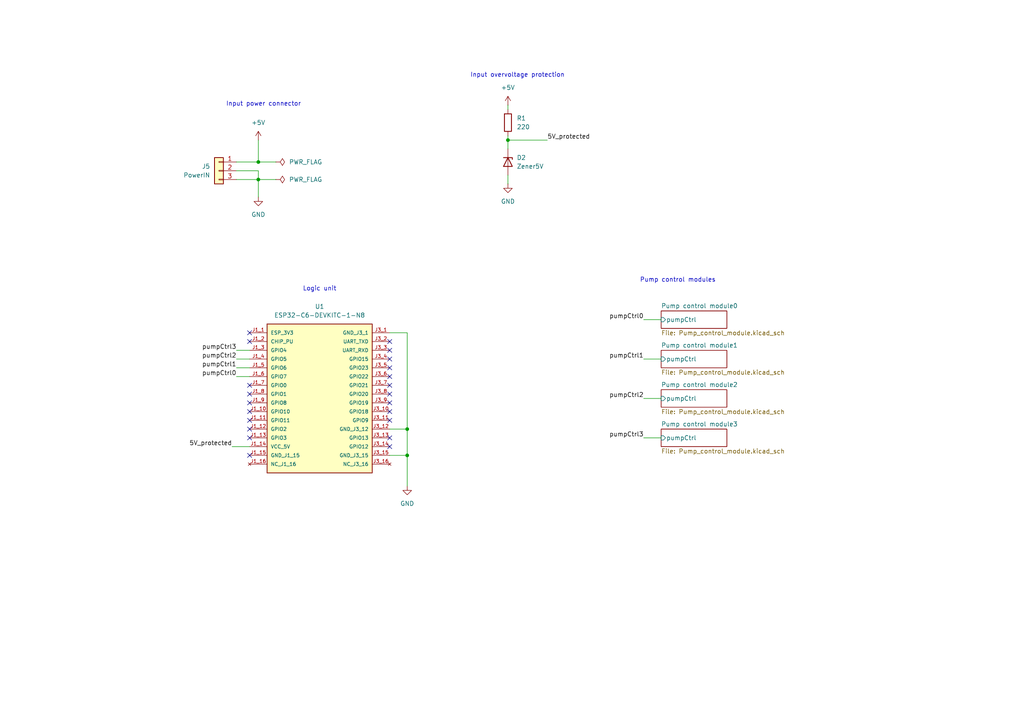
<source format=kicad_sch>
(kicad_sch (version 20231120) (generator "eeschema") (generator_version "8.0")
  (paper "A4")
  (lib_symbols
    (symbol "Connector_Generic:Conn_01x03" (pin_names (offset 1.016) hide)
      (property "Reference" "J" (at 0 5.08 0))
      (property "Value" "Conn_01x03" (at 0 -5.08 0))
      (symbol "Conn_01x03_1_1"
        (rectangle (start -1.27 -2.413) (end 0 -2.667) (stroke (width 0.1524)))
        (rectangle (start -1.27 0.127) (end 0 -0.127) (stroke (width 0.1524)))
        (rectangle (start -1.27 2.667) (end 0 2.413) (stroke (width 0.1524)))
        (rectangle (start -1.27 3.81) (end 1.27 -3.81) (stroke (width 0.254)) (fill (type background)))
        (pin passive line (at -5.08 2.54 0) (length 3.81) (name "Pin_1") (number "1"))
        (pin passive line (at -5.08 0 0) (length 3.81) (name "Pin_2") (number "2"))
        (pin passive line (at -5.08 -2.54 0) (length 3.81) (name "Pin_3") (number "3"))
      )
    )
    (symbol "Device:D_Zener" (pin_numbers hide) (pin_names (offset 1.016) hide)
      (property "Reference" "D" (at 0 2.54 0))
      (property "Value" "D_Zener" (at 0 -2.54 0))
      (symbol "D_Zener_0_1"
        (polyline (pts (xy 1.27 0) (xy -1.27 0)))
        (polyline (pts (xy -1.27 -1.27) (xy -1.27 1.27) (xy -0.762 1.27)) (stroke (width 0.254)))
        (polyline (pts (xy 1.27 -1.27) (xy 1.27 1.27) (xy -1.27 0) (xy 1.27 -1.27)) (stroke (width 0.254)))
      )
      (symbol "D_Zener_1_1"
        (pin passive line (at -3.81 0 0) (length 2.54) (name "K") (number "1"))
        (pin passive line (at 3.81 0 180) (length 2.54) (name "A") (number "2"))
      )
    )
    (symbol "Device:R" (pin_numbers hide) (pin_names (offset 0))
      (property "Reference" "R" (at 2.032 0 90))
      (property "Value" "R" (at 0 0 90))
      (symbol "R_0_1"
        (rectangle (start -1.016 -2.54) (end 1.016 2.54) (stroke (width 0.254)))
      )
      (symbol "R_1_1"
        (pin passive line (at 0 3.81 270) (length 1.27) (name "~") (number "1"))
        (pin passive line (at 0 -3.81 90) (length 1.27) (name "~") (number "2"))
      )
    )
    (symbol "ESP32-C6-DEVKITC-1-N8:ESP32-C6-DEVKITC-1-N8" (pin_names (offset 1.016))
      (property "Reference" "U" (at -15.24 23.622 0))
      (property "Value" "ESP32-C6-DEVKITC-1-N8" (at -15.24 -22.86 0))
      (symbol "ESP32-C6-DEVKITC-1-N8_0_0"
        (rectangle (start -15.24 -20.32) (end 15.24 22.86) (stroke (width 0.254)) (fill (type background)))
        (pin power_in line (at -20.32 20.32 0) (length 5.08) (name "ESP_3V3") (number "J1_1"))
        (pin bidirectional line (at -20.32 -2.54 0) (length 5.08) (name "GPIO10") (number "J1_10"))
        (pin bidirectional line (at -20.32 -5.08 0) (length 5.08) (name "GPIO11") (number "J1_11"))
        (pin bidirectional line (at -20.32 -7.62 0) (length 5.08) (name "GPIO2") (number "J1_12"))
        (pin bidirectional line (at -20.32 -10.16 0) (length 5.08) (name "GPIO3") (number "J1_13"))
        (pin power_in line (at -20.32 -12.7 0) (length 5.08) (name "VCC_5V") (number "J1_14"))
        (pin power_in line (at -20.32 -15.24 0) (length 5.08) (name "GND_J1_15") (number "J1_15"))
        (pin no_connect line (at -20.32 -17.78 0) (length 5.08) (name "NC_J1_16") (number "J1_16"))
        (pin input line (at -20.32 17.78 0) (length 5.08) (name "CHIP_PU") (number "J1_2"))
        (pin bidirectional line (at -20.32 15.24 0) (length 5.08) (name "GPIO4") (number "J1_3"))
        (pin bidirectional line (at -20.32 12.7 0) (length 5.08) (name "GPIO5") (number "J1_4"))
        (pin bidirectional line (at -20.32 10.16 0) (length 5.08) (name "GPIO6") (number "J1_5"))
        (pin bidirectional line (at -20.32 7.62 0) (length 5.08) (name "GPIO7") (number "J1_6"))
        (pin bidirectional line (at -20.32 5.08 0) (length 5.08) (name "GPIO0") (number "J1_7"))
        (pin bidirectional line (at -20.32 2.54 0) (length 5.08) (name "GPIO1") (number "J1_8"))
        (pin bidirectional line (at -20.32 0 0) (length 5.08) (name "GPIO8") (number "J1_9"))
        (pin power_in line (at 20.32 20.32 180) (length 5.08) (name "GND_J3_1") (number "J3_1"))
        (pin bidirectional line (at 20.32 -2.54 180) (length 5.08) (name "GPIO18") (number "J3_10"))
        (pin bidirectional line (at 20.32 -5.08 180) (length 5.08) (name "GPIO9") (number "J3_11"))
        (pin power_in line (at 20.32 -7.62 180) (length 5.08) (name "GND_J3_12") (number "J3_12"))
        (pin bidirectional line (at 20.32 -10.16 180) (length 5.08) (name "GPIO13") (number "J3_13"))
        (pin bidirectional line (at 20.32 -12.7 180) (length 5.08) (name "GPIO12") (number "J3_14"))
        (pin power_in line (at 20.32 -15.24 180) (length 5.08) (name "GND_J3_15") (number "J3_15"))
        (pin no_connect line (at 20.32 -17.78 180) (length 5.08) (name "NC_J3_16") (number "J3_16"))
        (pin bidirectional line (at 20.32 17.78 180) (length 5.08) (name "UART_TXD") (number "J3_2"))
        (pin bidirectional line (at 20.32 15.24 180) (length 5.08) (name "UART_RXD") (number "J3_3"))
        (pin bidirectional line (at 20.32 12.7 180) (length 5.08) (name "GPIO15") (number "J3_4"))
        (pin bidirectional line (at 20.32 10.16 180) (length 5.08) (name "GPIO23") (number "J3_5"))
        (pin bidirectional line (at 20.32 7.62 180) (length 5.08) (name "GPIO22") (number "J3_6"))
        (pin bidirectional line (at 20.32 5.08 180) (length 5.08) (name "GPIO21") (number "J3_7"))
        (pin bidirectional line (at 20.32 2.54 180) (length 5.08) (name "GPIO20") (number "J3_8"))
        (pin bidirectional line (at 20.32 0 180) (length 5.08) (name "GPIO19") (number "J3_9"))
      )
    )
    (symbol "power:+5V" (power) (pin_numbers hide) (pin_names (offset 0) hide)
      (property "Value" "+5V" (at 0 3.556 0))
      (symbol "+5V_0_1"
        (polyline (pts (xy -0.762 1.27) (xy 0 2.54)))
        (polyline (pts (xy 0 0) (xy 0 2.54)))
        (polyline (pts (xy 0 2.54) (xy 0.762 1.27)))
      )
      (symbol "+5V_1_1"
        (pin power_in line (at 0 0 90) (length 0) (name "~") (number "1"))
      )
    )
    (symbol "power:GND" (power) (pin_numbers hide) (pin_names (offset 0) hide)
      (property "Value" "GND" (at 0 -3.81 0))
      (symbol "GND_0_1"
        (polyline (pts (xy 0 0) (xy 0 -1.27) (xy 1.27 -1.27) (xy 0 -2.54) (xy -1.27 -1.27) (xy 0 -1.27)))
      )
      (symbol "GND_1_1"
        (pin power_in line (at 0 0 270) (length 0) (name "~") (number "1"))
      )
    )
    (symbol "power:PWR_FLAG" (power) (pin_numbers hide) (pin_names (offset 0) hide)
      (property "Value" "PWR_FLAG" (at 0 3.81 0))
      (symbol "PWR_FLAG_0_0"
        (pin power_out line (at 0 0 90) (length 0) (name "~") (number "1"))
      )
      (symbol "PWR_FLAG_0_1"
        (polyline (pts (xy 0 0) (xy 0 1.27) (xy -1.016 1.905) (xy 0 2.54) (xy 1.016 1.905) (xy 0 1.27)))
      )
    )
  )
  (junction (at 118.11 124.46))
  (junction (at 147.32 40.64))
  (junction (at 74.93 52.07))
  (junction (at 118.11 132.08))
  (junction (at 74.93 46.99))
  (no_connect (at 113.03 116.84))
  (no_connect (at 72.39 116.84))
  (no_connect (at 113.03 104.14))
  (no_connect (at 113.03 111.76))
  (no_connect (at 113.03 106.68))
  (no_connect (at 72.39 99.06))
  (no_connect (at 113.03 114.3))
  (no_connect (at 72.39 119.38))
  (no_connect (at 72.39 114.3))
  (no_connect (at 113.03 119.38))
  (no_connect (at 113.03 109.22))
  (no_connect (at 72.39 132.08))
  (no_connect (at 72.39 124.46))
  (no_connect (at 113.03 129.54))
  (no_connect (at 113.03 121.92))
  (no_connect (at 113.03 99.06))
  (no_connect (at 72.39 127))
  (no_connect (at 72.39 96.52))
  (no_connect (at 113.03 127))
  (no_connect (at 113.03 101.6))
  (no_connect (at 72.39 111.76))
  (no_connect (at 72.39 121.92))
  (wire (pts (xy 118.11 132.08) (xy 118.11 140.97)))
  (wire (pts (xy 74.93 46.99) (xy 74.93 40.64)))
  (wire (pts (xy 68.58 101.6) (xy 72.39 101.6)))
  (wire (pts (xy 68.58 49.53) (xy 74.93 49.53)))
  (wire (pts (xy 68.58 109.22) (xy 72.39 109.22)))
  (wire (pts (xy 113.03 124.46) (xy 118.11 124.46)))
  (wire (pts (xy 80.01 46.99) (xy 74.93 46.99)))
  (wire (pts (xy 186.69 92.71) (xy 191.77 92.71)))
  (wire (pts (xy 147.32 50.8) (xy 147.32 53.34)))
  (wire (pts (xy 113.03 132.08) (xy 118.11 132.08)))
  (wire (pts (xy 118.11 96.52) (xy 118.11 124.46)))
  (wire (pts (xy 147.32 40.64) (xy 158.75 40.64)))
  (wire (pts (xy 74.93 49.53) (xy 74.93 52.07)))
  (wire (pts (xy 118.11 124.46) (xy 118.11 132.08)))
  (wire (pts (xy 68.58 46.99) (xy 74.93 46.99)))
  (wire (pts (xy 68.58 106.68) (xy 72.39 106.68)))
  (wire (pts (xy 68.58 104.14) (xy 72.39 104.14)))
  (wire (pts (xy 186.69 115.57) (xy 191.77 115.57)))
  (wire (pts (xy 186.69 104.14) (xy 191.77 104.14)))
  (wire (pts (xy 68.58 52.07) (xy 74.93 52.07)))
  (wire (pts (xy 147.32 40.64) (xy 147.32 43.18)))
  (wire (pts (xy 74.93 52.07) (xy 80.01 52.07)))
  (wire (pts (xy 67.31 129.54) (xy 72.39 129.54)))
  (wire (pts (xy 113.03 96.52) (xy 118.11 96.52)))
  (wire (pts (xy 147.32 30.48) (xy 147.32 31.75)))
  (wire (pts (xy 74.93 52.07) (xy 74.93 57.15)))
  (wire (pts (xy 147.32 39.37) (xy 147.32 40.64)))
  (wire (pts (xy 186.69 127) (xy 191.77 127)))
  (text "Logic unit" (at 92.71 83.82 0) (effects (font (size 1.27 1.27))))
  (text "Input power connector" (at 76.454 30.226 0) (effects (font (size 1.27 1.27))))
  (text "Input overvoltage protection" (at 150.114 21.844 0) (effects (font (size 1.27 1.27))))
  (text "Pump control modules" (at 196.596 81.28 0) (effects (font (size 1.27 1.27))))
  (label "pumpCtrl0" (at 186.69 92.71 180))
  (label "pumpCtrl3" (at 186.69 127 180))
  (label "5V_protected" (at 158.75 40.64 0))
  (label "pumpCtrl2" (at 68.58 104.14 180))
  (label "pumpCtrl0" (at 68.58 109.22 180))
  (label "pumpCtrl3" (at 68.58 101.6 180))
  (label "pumpCtrl2" (at 186.69 115.57 180))
  (label "pumpCtrl1" (at 186.69 104.14 180))
  (label "pumpCtrl1" (at 68.58 106.68 180))
  (label "5V_protected" (at 67.31 129.54 180))
  (symbol (lib_id "power:GND") (at 118.11 140.97 0) (unit 1)
    (property "Reference" "#PWR05" (effects (hide yes)))
    (property "Value" "GND" (at 118.11 146.05 0))
    (property "Description" "Power symbol creates a global label with name \"GND\" , ground" (effects (hide yes)))
  )
  (symbol (lib_id "power:PWR_FLAG") (at 80.01 46.99 270) (unit 1)
    (property "Reference" "#FLG01" (effects (hide yes)))
    (property "Value" "PWR_FLAG" (at 83.82 46.9901 90) (effects (justify left)))
    (property "Description" "Special symbol for telling ERC where power comes from" (effects (hide yes)))
  )
  (symbol (lib_id "Device:D_Zener") (at 147.32 46.99 270) (unit 1)
    (property "Reference" "D2" (at 149.86 45.7199 90) (effects (justify left)))
    (property "Value" "Zener5V" (at 149.86 48.2599 90) (effects (justify left)))
    (property "Footprint" "Diode_THT:D_DO-41_SOD81_P7.62mm_Horizontal" (effects (hide yes)))
    (property "Description" "Zener diode" (effects (hide yes)))
  )
  (symbol (lib_id "Connector_Generic:Conn_01x03") (at 63.5 49.53 0) (mirror y) (unit 1)
    (property "Reference" "J5" (at 60.96 48.2599 0) (effects (justify left)))
    (property "Value" "PowerIN" (at 60.96 50.7999 0) (effects (justify left)))
    (property "Footprint" "PJ-112AH:PJ-112AH" (effects (hide yes)))
    (property "Description" "Generic connector, single row, 01x03, script generated (kicad-library-utils/schlib/autogen/connector/)" (effects (hide yes)))
  )
  (symbol (lib_id "power:+5V") (at 147.32 30.48 0) (unit 1)
    (property "Reference" "#PWR011" (effects (hide yes)))
    (property "Value" "+5V" (at 147.32 25.4 0))
    (property "Description" "Power symbol creates a global label with name \"+5V\"" (effects (hide yes)))
  )
  (symbol (lib_id "power:PWR_FLAG") (at 80.01 52.07 270) (unit 1)
    (property "Reference" "#FLG02" (effects (hide yes)))
    (property "Value" "PWR_FLAG" (at 83.82 52.0699 90) (effects (justify left)))
    (property "Description" "Special symbol for telling ERC where power comes from" (effects (hide yes)))
  )
  (symbol (lib_id "Device:R") (at 147.32 35.56 180) (unit 1)
    (property "Reference" "R1" (at 149.86 34.2899 0) (effects (justify right)))
    (property "Value" "220" (at 149.86 36.8299 0) (effects (justify right)))
    (property "Footprint" "Resistor_THT:R_Axial_DIN0309_L9.0mm_D3.2mm_P15.24mm_Horizontal" (effects (hide yes)))
    (property "Description" "Resistor" (effects (hide yes)))
  )
  (symbol (lib_id "ESP32-C6-DEVKITC-1-N8:ESP32-C6-DEVKITC-1-N8") (at 92.71 116.84 0) (unit 1)
    (property "Reference" "U1" (at 92.71 88.9 0))
    (property "Value" "ESP32-C6-DEVKITC-1-N8" (at 92.71 91.44 0))
    (property "Footprint" "ESP32-C6-DEVKITC-1-N8:MODULE_ESP32-C6-DEVKITC-1-N8" (effects (hide yes)))
    (property "MF" "Espressif Systems" (effects (hide yes)))
    (property "Description_1" "\n                        \n                            The ESP32-C6-DEVKITC-1-N8 from Espressif Systems is a development board designed for RF, RFID, and wireless applications. Built around the ESP32-C6-WROOM-1 module, it supports multiple connectivity options including 802.11 b/g/n/ax Wi-Fi, Bluetooth® (BLE), and 802.15.4 for Thread and Zigbee® protocols. The board is powered by the ESP32-C6 chip with 8MB SPI flash, offering advanced processing power and efficient memory management. It features GPIO ports for extensive interfacing, along with a USB Type-C™ to UART port for power and communication. The board also includes a USB-to-UART bridge, pin header, and boot/reset buttons, operating at 3.3V with a 5V to 3.3V power regulator. This development board is ideal for exploring a wide range of wireless applications, including IoT, smart home devices, and RF communication projects.\n                        \n" (effects (hide yes)))
    (property "Package" "None" (effects (hide yes)))
    (property "Price" "None" (effects (hide yes)))
    (property "Check_prices" "https://www.snapeda.com/parts/ESP32-C6-DEVKITC-1-N8/Espressif+Systems/view-part/?ref=eda" (effects (hide yes)))
    (property "STANDARD" "Manufacturer Recommendations" (effects (hide yes)))
    (property "PARTREV" "1.3" (effects (hide yes)))
    (property "SnapEDA_Link" "https://www.snapeda.com/parts/ESP32-C6-DEVKITC-1-N8/Espressif+Systems/view-part/?ref=snap" (effects (hide yes)))
    (property "MP" "ESP32-C6-DEVKITC-1-N8" (effects (hide yes)))
    (property "Availability" "In Stock" (effects (hide yes)))
    (property "MANUFACTURER" "Espressif Systems" (effects (hide yes)))
  )
  (symbol (lib_id "power:GND") (at 74.93 57.15 0) (unit 1)
    (property "Reference" "#PWR037" (effects (hide yes)))
    (property "Value" "GND" (at 74.93 62.23 0))
    (property "Description" "Power symbol creates a global label with name \"GND\" , ground" (effects (hide yes)))
  )
  (symbol (lib_id "power:+5V") (at 74.93 40.64 0) (unit 1)
    (property "Reference" "#PWR038" (effects (hide yes)))
    (property "Value" "+5V" (at 74.93 35.56 0))
    (property "Description" "Power symbol creates a global label with name \"+5V\"" (effects (hide yes)))
  )
  (symbol (lib_id "power:GND") (at 147.32 53.34 0) (unit 1)
    (property "Reference" "#PWR012" (effects (hide yes)))
    (property "Value" "GND" (at 147.32 58.42 0))
    (property "Description" "Power symbol creates a global label with name \"GND\" , ground" (effects (hide yes)))
  )
  (sheet (at 191.77 90.17) (size 19.05 5.08) (stroke (width 0.1524))
    (property "Sheetname" "Pump control module0" (at 191.77 89.4584 0) (effects (justify left bottom)))
    (property "Sheetfile" "Pump_control_module.kicad_sch" (at 191.77 95.8346 0) (effects (justify left top)))
    (pin "pumpCtrl" input (at 191.77 92.71 180))
  )
  (sheet (at 191.77 124.46) (size 19.05 5.08) (stroke (width 0.1524))
    (property "Sheetname" "Pump control module3" (at 191.77 123.7484 0) (effects (justify left bottom)))
    (property "Sheetfile" "Pump_control_module.kicad_sch" (at 191.77 130.1246 0) (effects (justify left top)))
    (pin "pumpCtrl" input (at 191.77 127 180))
  )
  (sheet (at 191.77 101.6) (size 19.05 5.08) (stroke (width 0.1524))
    (property "Sheetname" "Pump control module1" (at 191.77 100.8884 0) (effects (justify left bottom)))
    (property "Sheetfile" "Pump_control_module.kicad_sch" (at 191.77 107.2646 0) (effects (justify left top)))
    (pin "pumpCtrl" input (at 191.77 104.14 180))
  )
  (sheet (at 191.77 113.03) (size 19.05 5.08) (stroke (width 0.1524))
    (property "Sheetname" "Pump control module2" (at 191.77 112.3184 0) (effects (justify left bottom)))
    (property "Sheetfile" "Pump_control_module.kicad_sch" (at 191.77 118.6946 0) (effects (justify left top)))
    (pin "pumpCtrl" input (at 191.77 115.57 180))
  )
)
</source>
